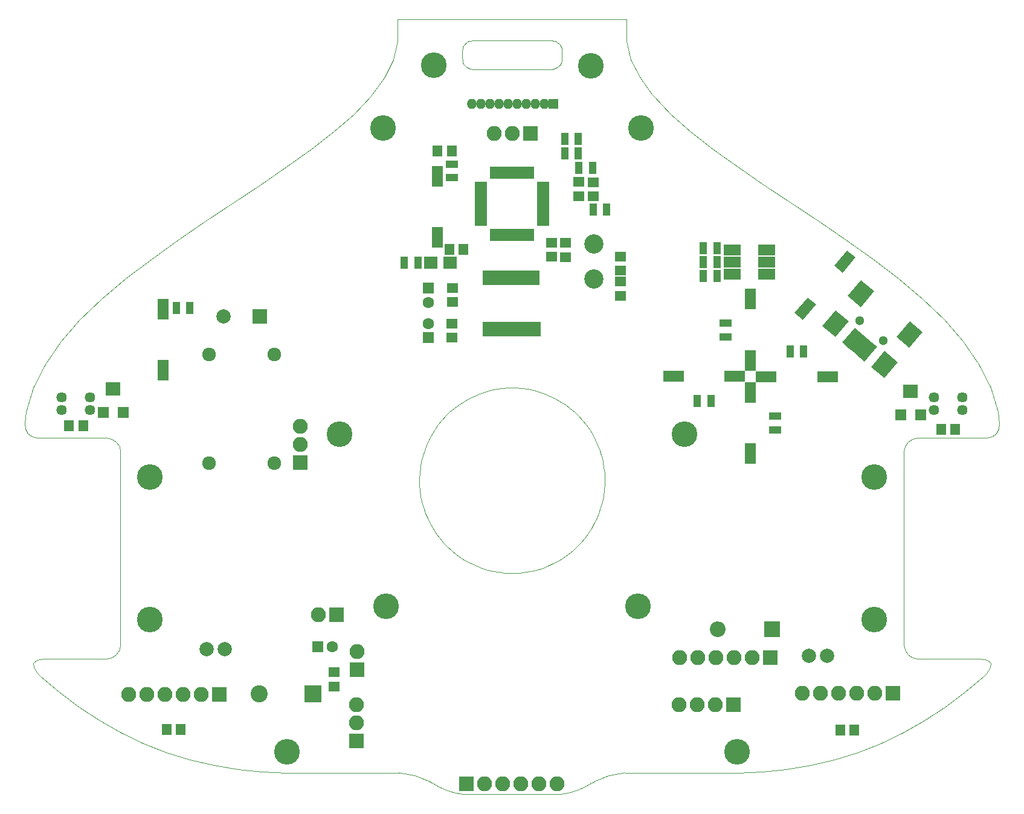
<source format=gts>
G04 #@! TF.FileFunction,Soldermask,Top*
%FSLAX46Y46*%
G04 Gerber Fmt 4.6, Leading zero omitted, Abs format (unit mm)*
G04 Created by KiCad (PCBNEW 4.0.7) date 02/25/18 14:16:29*
%MOMM*%
%LPD*%
G01*
G04 APERTURE LIST*
%ADD10C,0.100000*%
%ADD11R,1.700000X0.650000*%
%ADD12R,0.650000X1.700000*%
%ADD13C,3.600000*%
%ADD14R,1.600000X1.600000*%
%ADD15R,2.000000X1.900000*%
%ADD16R,2.840000X1.520000*%
%ADD17R,1.520000X2.840000*%
%ADD18R,2.400000X2.400000*%
%ADD19C,2.400000*%
%ADD20R,2.000000X2.000000*%
%ADD21C,2.000000*%
%ADD22C,1.600000*%
%ADD23R,2.200000X2.200000*%
%ADD24O,2.200000X2.200000*%
%ADD25R,2.100000X2.100000*%
%ADD26O,2.100000X2.100000*%
%ADD27R,1.400000X1.400000*%
%ADD28O,1.400000X1.400000*%
%ADD29C,1.300000*%
%ADD30R,1.900000X1.700000*%
%ADD31C,1.455599*%
%ADD32C,1.924000*%
%ADD33C,2.700000*%
%ADD34R,1.400000X1.650000*%
%ADD35R,1.650000X1.400000*%
%ADD36R,1.700000X1.100000*%
%ADD37R,1.100000X1.700000*%
%ADD38R,1.200000X2.150000*%
%ADD39R,1.150000X2.150000*%
%ADD40R,0.850000X2.150000*%
%ADD41R,2.400000X1.500000*%
G04 APERTURE END LIST*
D10*
X55337507Y44112146D02*
X55337507Y44234536D01*
X55525898Y41843304D02*
X55412819Y42651522D01*
X51664431Y103047556D02*
X52284300Y105670699D01*
X55412819Y42651522D02*
X55349274Y43484082D01*
X59209027Y34793445D02*
X58707080Y35317395D01*
X55349274Y43484082D02*
X55337507Y44112146D01*
X13290962Y20281172D02*
X12857417Y19632326D01*
X12208570Y49894278D02*
X12857417Y49460732D01*
X13443203Y21046539D02*
X13290962Y20281172D01*
X2274640Y16612213D02*
X4880860Y14349947D01*
X10524130Y10382675D02*
X13535033Y8696053D01*
X12857417Y49460732D02*
X13290962Y48811886D01*
X23156101Y4915012D02*
X26509704Y4100409D01*
X16653701Y7218170D02*
X19865685Y5955873D01*
X56476027Y38728691D02*
X56165505Y39483396D01*
X56833324Y37994974D02*
X56476027Y38728691D01*
X55689501Y41043782D02*
X55525898Y41843304D01*
X55902985Y40256109D02*
X55689501Y41043782D01*
X56165505Y39483396D02*
X55902985Y40256109D01*
X12857417Y19632326D02*
X12208570Y19198781D01*
X63765186Y56209330D02*
X64537899Y56471850D01*
X46149343Y95447825D02*
X48522250Y97947667D01*
X13443203Y48046520D02*
X13443203Y21046539D01*
X61170533Y33205757D02*
X60503960Y33676590D01*
X59868266Y34188347D02*
X59233597Y34768600D01*
X17783197Y75127250D02*
X21543970Y77806391D01*
X5113893Y63551433D02*
X7775746Y66597371D01*
X48737426Y98239770D02*
X50385513Y100477061D01*
X26509704Y4100409D02*
X29910955Y3515838D01*
X7775746Y66597371D02*
X10824383Y69534288D01*
X2913526Y60384927D02*
X5113893Y63551433D01*
X4880860Y14349947D02*
X7634943Y12270222D01*
X12208570Y19198781D02*
X11443204Y19046540D01*
X11443204Y50046519D02*
X12208570Y49894278D01*
X52284300Y105670699D02*
X52284300Y108670697D01*
X55471660Y45907301D02*
X55614385Y46713819D01*
X68140299Y31055717D02*
X67278481Y31098401D01*
X68262690Y31055717D02*
X68140299Y31055717D01*
X68328313Y31056947D02*
X68262690Y31055717D01*
X1731674Y18894299D02*
X1247485Y18460754D01*
X67278481Y31098401D02*
X66467534Y31189871D01*
X64091397Y31766272D02*
X63328674Y32056543D01*
X40173409Y90490608D02*
X43341496Y92965988D01*
X136179554Y50632305D02*
X135571640Y50198759D01*
X133992887Y19046540D02*
X125213421Y19046540D01*
X136623847Y52046517D02*
X136549040Y51281151D01*
X136623847Y52046517D02*
X136460568Y53644017D01*
X136549040Y51281151D02*
X136179554Y50632305D01*
X135409140Y18460754D02*
X135371740Y17811908D01*
X135371740Y17811908D02*
X134818446Y17046541D01*
X123365663Y48811886D02*
X123213422Y48046520D01*
X77423029Y34768600D02*
X77447599Y34793445D01*
X125832243Y69534288D02*
X122471525Y72373731D01*
X79980703Y49789152D02*
X79597127Y50509480D01*
X116790940Y5955873D02*
X113500524Y4915012D01*
X70531531Y56848938D02*
X69723313Y56962016D01*
X75089696Y55138848D02*
X74379861Y55541511D01*
X80608563Y48283438D02*
X80318292Y49046161D01*
X79597127Y50509480D02*
X79169078Y51204302D01*
X78186488Y52506569D02*
X77606235Y53141239D01*
X79420638Y37285139D02*
X79823301Y37994974D01*
X78485746Y35948217D02*
X78974199Y36601988D01*
X73646144Y55898808D02*
X72891439Y56209330D01*
X73327951Y32056543D02*
X74070942Y32394132D01*
X81276434Y45096354D02*
X81184965Y45907301D01*
X80839553Y47552458D02*
X80608563Y48283438D01*
X71331054Y56685334D02*
X70531531Y56848938D01*
X68890753Y57025561D02*
X67765872Y57025561D01*
X80180598Y38728691D02*
X80491120Y39483396D01*
X76152665Y33676590D02*
X76788359Y34188347D01*
X70992695Y31332079D02*
X71785784Y31524467D01*
X69723313Y56962016D02*
X68890753Y57025561D01*
X74791270Y32777708D02*
X75486092Y33205757D01*
X78974199Y36601988D02*
X79420638Y37285139D01*
X129021682Y12270222D02*
X126132495Y10382675D01*
X103601297Y85513028D02*
X99936839Y88010137D01*
X99936839Y88010137D02*
X96483216Y90490608D01*
X77581391Y53165809D02*
X77057441Y53667755D01*
X115112655Y77806391D02*
X111263907Y80422703D01*
X77606235Y53141239D02*
X77581391Y53165809D01*
X79823301Y37994974D02*
X80180598Y38728691D01*
X136460568Y53644017D02*
X135407279Y57086304D01*
X72118726Y56471850D02*
X71331054Y56685334D01*
X88134375Y97947667D02*
X87919199Y98239770D01*
X135407279Y57086304D02*
X133743099Y60384927D01*
X135571640Y50198759D02*
X134817847Y50046519D01*
X133992887Y19046540D02*
X134924951Y18894299D01*
X122471525Y72373731D02*
X118873428Y75127250D01*
X103312530Y3164009D02*
X99863410Y3046551D01*
X75772847Y54692409D02*
X75089696Y55138848D01*
X79169078Y51204302D02*
X78698246Y51870875D01*
X123121592Y8696053D02*
X120002924Y7218170D01*
X134817847Y50046519D02*
X125213421Y50046519D01*
X80856739Y47483462D02*
X80839553Y47552458D01*
X70189091Y31189871D02*
X70992695Y31332079D01*
X80318292Y49046161D02*
X79980703Y49789152D01*
X93315129Y92965988D02*
X90507282Y95447825D01*
X77949545Y35317395D02*
X78485746Y35948217D01*
X74379861Y55541511D02*
X73646144Y55898808D01*
X134818446Y17046541D02*
X134381985Y16612213D01*
X78698246Y51870875D02*
X78186488Y52506569D01*
X71785784Y31524467D02*
X72565228Y31766272D01*
X81042240Y46713819D02*
X80856739Y47483462D01*
X76426618Y54203956D02*
X75772847Y54692409D01*
X74070942Y32394132D02*
X74791270Y32777708D01*
X81319118Y44234536D02*
X81276434Y45096354D01*
X123365663Y20281172D02*
X123799208Y19632326D01*
X90507282Y95447825D02*
X88134375Y97947667D01*
X80491120Y39483396D02*
X80753640Y40256109D01*
X80967124Y41043782D02*
X81130728Y41843304D01*
X77447599Y34793445D02*
X77949545Y35317395D01*
X81307351Y43484082D02*
X81319118Y44112146D01*
X81130728Y41843304D02*
X81243806Y42651522D01*
X84992194Y103047556D02*
X84372325Y105670699D01*
X80753640Y40256109D02*
X80967124Y41043782D01*
X123213422Y48046520D02*
X123213422Y21046539D01*
X113500524Y4915012D02*
X110146921Y4100409D01*
X123799208Y19632326D02*
X124448055Y19198781D01*
X75486092Y33205757D02*
X76152665Y33676590D01*
X72891439Y56209330D02*
X72118726Y56471850D01*
X120002924Y7218170D02*
X116790940Y5955873D01*
X124448055Y49894278D02*
X123799208Y49460732D01*
X123213422Y21046539D02*
X123365663Y20281172D01*
X123799208Y49460732D02*
X123365663Y48811886D01*
X81243806Y42651522D02*
X81307351Y43484082D01*
X81319118Y44112146D02*
X81319118Y44234536D01*
X76788359Y34188347D02*
X77423029Y34768600D01*
X87919199Y98239770D02*
X86271112Y100477061D01*
X125213421Y50046519D02*
X124448055Y49894278D01*
X68393936Y31055717D02*
X68516326Y31055717D01*
X131542732Y63551433D02*
X128880879Y66597371D01*
X126132495Y10382675D02*
X123121592Y8696053D01*
X118873428Y75127250D02*
X115112655Y77806391D01*
X128880879Y66597371D02*
X125832243Y69534288D01*
X84372325Y105670699D02*
X84372325Y108670697D01*
X124448055Y19198781D02*
X125213421Y19046540D01*
X81184965Y45907301D02*
X81042240Y46713819D01*
X133743099Y60384927D02*
X131542732Y63551433D01*
X134381985Y16612213D02*
X131775766Y14349947D01*
X68328313Y31056947D02*
X68393936Y31055717D01*
X72565228Y31766272D02*
X73327951Y32056543D01*
X68516326Y31055717D02*
X69378144Y31098401D01*
X131775766Y14349947D02*
X129021682Y12270222D01*
X134924951Y18894299D02*
X135409140Y18460754D01*
X69378144Y31098401D02*
X70189091Y31189871D01*
X110146921Y4100409D02*
X106745670Y3515838D01*
X96483216Y90490608D02*
X93315129Y92965988D01*
X79602937Y1677189D02*
G75*
G02X75275511Y46551I-5551025J8174012D01*
G01*
X79602936Y1677189D02*
X79784394Y1788383D01*
X68328313Y46551D02*
X68328313Y46551D01*
X52560764Y3046551D02*
G75*
G02X56872231Y1788383I-953919J-11285182D01*
G01*
X68328313Y46551D02*
X61381115Y46551D01*
X57053689Y1677189D02*
X56872231Y1788383D01*
X68328313Y46551D02*
X68328313Y46551D01*
X52560764Y3046551D02*
X36793216Y3046551D01*
X61381115Y46551D02*
G75*
G02X57053689Y1677189I1223599J9804650D01*
G01*
X74402333Y105625584D02*
X74216537Y105688653D01*
X74741450Y102015204D02*
X74578308Y101906196D01*
X75328308Y103467484D02*
X75277196Y102817005D01*
X62828316Y101705235D02*
X73828309Y101705235D01*
X61767657Y105300425D02*
X61915175Y105429795D01*
X75214127Y104813790D02*
X75127346Y104989765D01*
X33344095Y3164009D02*
X29910955Y3515838D01*
X62254292Y105625584D02*
X62440088Y105688653D01*
X61638287Y105152907D02*
X61767657Y105300425D01*
X61529279Y104989765D02*
X61638287Y105152907D01*
X74888968Y102144574D02*
X74741450Y102015204D01*
X75018338Y102292092D02*
X74888968Y102144574D01*
X61638287Y102292092D02*
X61529279Y102455234D01*
X75127346Y104989765D02*
X75018338Y105152907D01*
X62828316Y101705235D02*
X62440088Y101756346D01*
X75018338Y105152907D02*
X74888968Y105300425D01*
X62828316Y105739764D02*
X73828309Y105739764D01*
X74888968Y105300425D02*
X74741450Y105429795D01*
X75214127Y102631209D02*
X75127346Y102455234D01*
X61915175Y105429795D02*
X62078317Y105538803D01*
X75328308Y104239765D02*
X75277196Y104627994D01*
X61328317Y104239765D02*
X61379429Y104627994D01*
X75277196Y104627994D02*
X75214127Y104813790D01*
X61442498Y102631209D02*
X61379429Y102817005D01*
X61529279Y102455234D02*
X61442498Y102631209D01*
X74578308Y105538803D02*
X74402333Y105625584D01*
X84372325Y108670697D02*
X52284300Y108670697D01*
X62440088Y101756346D02*
X62254292Y101819415D01*
X61767657Y102144574D02*
X61638287Y102292092D01*
X61915175Y102015204D02*
X61767657Y102144574D01*
X74402333Y101819415D02*
X74216537Y101756346D01*
X74578308Y101906196D02*
X74402333Y101819415D01*
X75127346Y102455234D02*
X75018338Y102292092D01*
X79784394Y1788383D02*
G75*
G02X84095861Y3046551I5265386J-10027014D01*
G01*
X99863410Y3046551D02*
X84095861Y3046551D01*
X68328313Y46551D02*
X75275511Y46551D01*
X62254292Y101819415D02*
X62078317Y101906196D01*
X75277196Y102817005D02*
X75214127Y102631209D01*
X76426618Y54203956D02*
X77057441Y53667755D01*
X103312530Y3164009D02*
X106745670Y3515838D01*
X62078317Y105538803D02*
X62254292Y105625584D01*
X61442498Y104813790D02*
X61529279Y104989765D01*
X74216537Y101756346D02*
X73828309Y101705235D01*
X61379429Y104627994D02*
X61442498Y104813790D01*
X74741450Y105429795D02*
X74578308Y105538803D01*
X75328308Y103467484D02*
X75328308Y104239765D01*
X61328317Y103467484D02*
X61379429Y102817005D01*
X62078317Y101906196D02*
X61915175Y102015204D01*
X61328317Y103467484D02*
X61328317Y104239765D01*
X50385513Y100477061D02*
X51664431Y103047556D01*
X60230007Y54203956D02*
X59599184Y53667755D01*
X33055328Y85513028D02*
X25392718Y80422703D01*
X74216537Y105688653D02*
X73828309Y105739764D01*
X86271112Y100477061D02*
X84992194Y103047556D01*
X103601297Y85513028D02*
X111263907Y80422703D01*
X62440088Y105688653D02*
X62828316Y105739764D01*
X107585Y51281151D02*
X477071Y50632305D01*
X32778Y52046517D02*
X196057Y53644017D01*
X477071Y50632305D02*
X1084985Y50198759D01*
X13290962Y48811886D02*
X13443203Y48046520D01*
X55799887Y47483462D02*
X55817072Y47552458D01*
X64870841Y31524467D02*
X64091397Y31766272D01*
X1838778Y50046519D02*
X11443204Y50046519D01*
X63010481Y55898808D02*
X63765186Y56209330D01*
X33055328Y85513028D02*
X36719786Y88010137D01*
X2663738Y19046540D02*
X11443204Y19046540D01*
X55817072Y47552458D02*
X56048062Y48283438D01*
X65663930Y31332079D02*
X64870841Y31524467D01*
X61865355Y32777708D02*
X61170533Y33205757D01*
X1284885Y17811908D02*
X1838179Y17046541D01*
X1249346Y57086304D02*
X2913526Y60384927D01*
X57487547Y51204302D02*
X57958379Y51870875D01*
X66125094Y56848938D02*
X66933312Y56962016D01*
X32778Y52046517D02*
X107585Y51281151D01*
X10824383Y69534288D02*
X14185100Y72373731D01*
X59233597Y34768600D02*
X59209027Y34793445D01*
X1247485Y18460754D02*
X1284885Y17811908D01*
X48522250Y97947667D02*
X48737426Y98239770D01*
X64537899Y56471850D02*
X65325572Y56685334D01*
X58707080Y35317395D02*
X58170879Y35948217D01*
X66933312Y56962016D02*
X67765872Y57025561D01*
X7634943Y12270222D02*
X10524130Y10382675D01*
X14185100Y72373731D02*
X17783197Y75127250D01*
X66467534Y31189871D02*
X65663930Y31332079D01*
X65325572Y56685334D02*
X66125094Y56848938D01*
X56338333Y49046161D02*
X56675922Y49789152D01*
X55337507Y44234536D02*
X55380191Y45096354D01*
X63328674Y32056543D02*
X62585683Y32394132D01*
X58170879Y35948217D02*
X57682426Y36601988D01*
X57682426Y36601988D02*
X57235987Y37285139D01*
X36719786Y88010137D02*
X40173409Y90490608D01*
X59075235Y53165809D02*
X59599184Y53667755D01*
X21543970Y77806391D02*
X25392718Y80422703D01*
X196057Y53644017D02*
X1249346Y57086304D01*
X1084985Y50198759D02*
X1838778Y50046519D01*
X13535033Y8696053D02*
X16653701Y7218170D01*
X19865685Y5955873D02*
X23156101Y4915012D01*
X62585683Y32394132D02*
X61865355Y32777708D01*
X1838179Y17046541D02*
X2274640Y16612213D01*
X56675922Y49789152D02*
X57059498Y50509480D01*
X57059498Y50509480D02*
X57487547Y51204302D01*
X60503960Y33676590D02*
X59868266Y34188347D01*
X59050390Y53141239D02*
X59075235Y53165809D01*
X2663738Y19046540D02*
X1731674Y18894299D01*
X33344095Y3164009D02*
X36793216Y3046551D01*
X57958379Y51870875D02*
X58470137Y52506569D01*
X62276764Y55541511D02*
X63010481Y55898808D01*
X60883778Y54692409D02*
X61566929Y55138848D01*
X57235987Y37285139D02*
X56833324Y37994974D01*
X43341496Y92965988D02*
X46149343Y95447825D01*
X60230007Y54203956D02*
X60883778Y54692409D01*
X61566929Y55138848D02*
X62276764Y55541511D01*
X55614385Y46713819D02*
X55799887Y47483462D01*
X55380191Y45096354D02*
X55471660Y45907301D01*
X56048062Y48283438D02*
X56338333Y49046161D01*
X58470137Y52506569D02*
X59050390Y53141239D01*
D11*
X72655259Y80106885D03*
X72655259Y80606885D03*
X72655259Y81106885D03*
X72655259Y81606885D03*
X72655259Y82106885D03*
X72655259Y82606885D03*
X72655259Y83106885D03*
X72655259Y83606885D03*
X72655259Y84106885D03*
X72655259Y84606885D03*
X72655259Y85106885D03*
X72655259Y85606885D03*
D12*
X71055259Y87206885D03*
X70555259Y87206885D03*
X70055259Y87206885D03*
X69555259Y87206885D03*
X69055259Y87206885D03*
X68555259Y87206885D03*
X68055259Y87206885D03*
X67555259Y87206885D03*
X67055259Y87206885D03*
X66555259Y87206885D03*
X66055259Y87206885D03*
X65555259Y87206885D03*
D11*
X63955259Y85606885D03*
X63955259Y85106885D03*
X63955259Y84606885D03*
X63955259Y84106885D03*
X63955259Y83606885D03*
X63955259Y83106885D03*
X63955259Y82606885D03*
X63955259Y82106885D03*
X63955259Y81606885D03*
X63955259Y81106885D03*
X63955259Y80606885D03*
X63955259Y80106885D03*
D12*
X65555259Y78506885D03*
X66055259Y78506885D03*
X66555259Y78506885D03*
X67055259Y78506885D03*
X67555259Y78506885D03*
X68055259Y78506885D03*
X68555259Y78506885D03*
X69055259Y78506885D03*
X69555259Y78506885D03*
X70055259Y78506885D03*
X70555259Y78506885D03*
X71055259Y78506885D03*
D13*
X57317640Y102240080D03*
X79334360Y102219760D03*
X86405720Y93466920D03*
X50251360Y93461840D03*
X92471240Y50515520D03*
X44180760Y50500280D03*
X17520920Y24541480D03*
X17526000Y44541440D03*
X119115840Y24536400D03*
X119110760Y44551600D03*
X36779200Y6024880D03*
X99862640Y6029960D03*
X85994240Y26370280D03*
D14*
X122790339Y53281645D03*
X125590339Y53281645D03*
D15*
X124190339Y56521645D03*
D14*
X11010019Y53616925D03*
X13810019Y53616925D03*
D15*
X12410019Y56856925D03*
D16*
X90932179Y58625285D03*
X99542179Y58625285D03*
D17*
X101757059Y69460325D03*
X101757059Y60850325D03*
D16*
X112539059Y58615125D03*
X103929059Y58615125D03*
D17*
X101762139Y47782325D03*
X101762139Y56392325D03*
D18*
X40417737Y14137329D03*
D19*
X32917737Y14137329D03*
D20*
X32933640Y67050920D03*
D21*
X27933640Y67050920D03*
D14*
X41108459Y20708165D03*
D22*
X43108459Y20708165D03*
D14*
X56560299Y64060885D03*
D22*
X56560299Y66060885D03*
D14*
X56606019Y70983405D03*
D22*
X56606019Y68983405D03*
D21*
X109946019Y19433085D03*
X112446019Y19433085D03*
X25536497Y20350169D03*
X28036497Y20350169D03*
D23*
X104778727Y23180619D03*
D24*
X97158727Y23180619D03*
D25*
X104494247Y19182659D03*
D26*
X101954247Y19182659D03*
X99414247Y19182659D03*
X96874247Y19182659D03*
X94334247Y19182659D03*
X91794247Y19182659D03*
D27*
X74080977Y96849889D03*
D28*
X72810977Y96849889D03*
X71540977Y96849889D03*
X70270977Y96849889D03*
X69000977Y96849889D03*
X67730977Y96849889D03*
X66460977Y96849889D03*
X65190977Y96849889D03*
X63920977Y96849889D03*
X62650977Y96849889D03*
D25*
X70885899Y92681605D03*
D26*
X68345899Y92681605D03*
X65805899Y92681605D03*
D25*
X43702819Y25224285D03*
D26*
X41162819Y25224285D03*
D10*
G36*
X118779848Y63374234D02*
X119469288Y62795726D01*
X117733762Y60727406D01*
X117044322Y61305914D01*
X118779848Y63374234D01*
X118779848Y63374234D01*
G37*
G36*
X118167012Y63888464D02*
X118856452Y63309956D01*
X117120926Y61241636D01*
X116431486Y61820144D01*
X118167012Y63888464D01*
X118167012Y63888464D01*
G37*
G36*
X117554177Y64402695D02*
X118243617Y63824187D01*
X116508091Y61755867D01*
X115818651Y62334375D01*
X117554177Y64402695D01*
X117554177Y64402695D01*
G37*
G36*
X116941341Y64916925D02*
X117630781Y64338417D01*
X115895255Y62270097D01*
X115205815Y62848605D01*
X116941341Y64916925D01*
X116941341Y64916925D01*
G37*
G36*
X116328506Y65431155D02*
X117017946Y64852647D01*
X115282420Y62784327D01*
X114592980Y63362835D01*
X116328506Y65431155D01*
X116328506Y65431155D01*
G37*
G36*
X120517099Y62177590D02*
X122355605Y60634899D01*
X120491521Y58413370D01*
X118653015Y59956061D01*
X120517099Y62177590D01*
X120517099Y62177590D01*
G37*
G36*
X124052431Y66390835D02*
X125890937Y64848144D01*
X124026853Y62626615D01*
X122188347Y64169306D01*
X124052431Y66390835D01*
X124052431Y66390835D01*
G37*
G36*
X113699304Y67898400D02*
X115537810Y66355709D01*
X113673726Y64134180D01*
X111835220Y65676871D01*
X113699304Y67898400D01*
X113699304Y67898400D01*
G37*
G36*
X117234636Y72111644D02*
X119073142Y70568953D01*
X117209058Y68347424D01*
X115370552Y69890115D01*
X117234636Y72111644D01*
X117234636Y72111644D01*
G37*
D29*
X120387679Y63656863D03*
X117017084Y66485129D03*
D25*
X46607647Y17546899D03*
D26*
X46607647Y20086899D03*
D25*
X121660499Y14180365D03*
D26*
X119120499Y14180365D03*
X116580499Y14180365D03*
X114040499Y14180365D03*
X111500499Y14180365D03*
X108960499Y14180365D03*
D25*
X27339897Y14035729D03*
D26*
X24799897Y14035729D03*
X22259897Y14035729D03*
X19719897Y14035729D03*
X17179897Y14035729D03*
X14639897Y14035729D03*
D25*
X38648219Y46545045D03*
D26*
X38648219Y49085045D03*
X38648219Y51625045D03*
D30*
X59627339Y74566325D03*
X56927339Y74566325D03*
D31*
X127468459Y55694965D03*
X131468459Y55694965D03*
X131468459Y53894965D03*
X127468459Y53894965D03*
X5208099Y55720365D03*
X9208099Y55720365D03*
X9208099Y53920365D03*
X5208099Y53920365D03*
D17*
X57860779Y86717685D03*
X57860779Y78107685D03*
X19425499Y59471405D03*
X19425499Y68081405D03*
D32*
X35012019Y46468845D03*
X25868019Y46468845D03*
X35012019Y61708845D03*
X25872019Y61708845D03*
D25*
X99359057Y12587929D03*
D26*
X96819057Y12587929D03*
X94279057Y12587929D03*
X91739057Y12587929D03*
D25*
X46547377Y7548569D03*
D26*
X46547377Y10088569D03*
X46547377Y12628569D03*
D10*
G36*
X109098693Y66542602D02*
X107934306Y67519639D01*
X109759823Y69695206D01*
X110924210Y68718169D01*
X109098693Y66542602D01*
X109098693Y66542602D01*
G37*
G36*
X114633095Y73138244D02*
X113468708Y74115281D01*
X115294225Y76290848D01*
X116458612Y75313811D01*
X114633095Y73138244D01*
X114633095Y73138244D01*
G37*
D33*
X79827120Y72318880D03*
X79827120Y77218880D03*
D34*
X61517619Y76466245D03*
X59517619Y76466245D03*
D35*
X75788099Y77364645D03*
X75788099Y75364645D03*
D36*
X59862299Y86494125D03*
X59862299Y88394125D03*
D37*
X21264419Y68216325D03*
X23164419Y68216325D03*
X77713379Y87865765D03*
X79613379Y87865765D03*
X94289419Y55155645D03*
X96189419Y55155645D03*
X75696619Y89902845D03*
X77596619Y89902845D03*
D35*
X83505040Y71947280D03*
X83505040Y69947280D03*
X83494880Y73437240D03*
X83494880Y75437240D03*
D36*
X98262019Y66077685D03*
X98262019Y64177685D03*
D37*
X79704739Y82044085D03*
X81604739Y82044085D03*
X109194219Y62115245D03*
X107294219Y62115245D03*
X77632179Y91975485D03*
X75732179Y91975485D03*
D36*
X105150499Y51137325D03*
X105150499Y53037325D03*
D35*
X79725099Y85858405D03*
X79725099Y83858405D03*
D34*
X59861539Y90207645D03*
X57861539Y90207645D03*
X19903537Y9138609D03*
X21903537Y9138609D03*
X114305419Y9064805D03*
X116305419Y9064805D03*
D35*
X73852619Y77390045D03*
X73852619Y75390045D03*
D34*
X128437979Y51218645D03*
X130437979Y51218645D03*
X8228419Y51731725D03*
X6228419Y51731725D03*
D35*
X43352299Y17176805D03*
X43352299Y15176805D03*
X59918179Y66051485D03*
X59918179Y64051485D03*
X59968979Y69050205D03*
X59968979Y71050205D03*
X77682939Y85893965D03*
X77682939Y83893965D03*
D25*
X61909960Y1518920D03*
D26*
X64449960Y1518920D03*
X66989960Y1518920D03*
X69529960Y1518920D03*
X72069960Y1518920D03*
X74609960Y1518920D03*
D38*
X64828659Y65266565D03*
D39*
X65078659Y65266565D03*
D40*
X65928659Y65266565D03*
X66578659Y65266565D03*
D39*
X67428659Y65266565D03*
X67678659Y65266565D03*
X68728659Y65266565D03*
X68978659Y65266565D03*
D40*
X69828659Y65266565D03*
X70478659Y65266565D03*
D39*
X71328659Y65266565D03*
D38*
X71778659Y65266565D03*
X71578659Y72466565D03*
X71328659Y72466565D03*
D40*
X70478659Y72466565D03*
X69828659Y72466565D03*
X69178659Y72466565D03*
X68528659Y72466565D03*
X67878659Y72466565D03*
X67228659Y72466565D03*
X66578659Y72466565D03*
X65928659Y72466565D03*
X65278659Y72466565D03*
X64628659Y72466565D03*
D37*
X53248099Y74586645D03*
X55148099Y74586645D03*
X97038200Y76575920D03*
X95138200Y76575920D03*
X97043240Y74625200D03*
X95143240Y74625200D03*
D13*
X50642520Y26365200D03*
D41*
X104015240Y72940440D03*
X104015240Y74640440D03*
X104015240Y76340440D03*
X99215240Y76340440D03*
X99215240Y74640440D03*
X99215240Y72940440D03*
D37*
X97038200Y72689720D03*
X95138200Y72689720D03*
M02*

</source>
